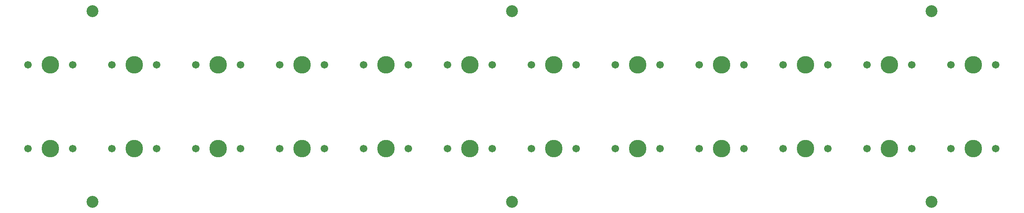
<source format=gbr>
%TF.GenerationSoftware,KiCad,Pcbnew,8.0.2*%
%TF.CreationDate,2025-12-13T11:39:42-08:00*%
%TF.ProjectId,mx-unsaver-frow,6d782d75-6e73-4617-9665-722d66726f77,rev?*%
%TF.SameCoordinates,Original*%
%TF.FileFunction,Soldermask,Top*%
%TF.FilePolarity,Negative*%
%FSLAX46Y46*%
G04 Gerber Fmt 4.6, Leading zero omitted, Abs format (unit mm)*
G04 Created by KiCad (PCBNEW 8.0.2) date 2025-12-13 11:39:42*
%MOMM*%
%LPD*%
G01*
G04 APERTURE LIST*
%ADD10C,1.701800*%
%ADD11C,3.987800*%
%ADD12C,2.700000*%
G04 APERTURE END LIST*
D10*
%TO.C,MX84*%
X166370000Y0D03*
D11*
X171450000Y0D03*
D10*
X176530000Y0D03*
%TD*%
%TO.C,MX24*%
X13970000Y0D03*
D11*
X19050000Y0D03*
D10*
X24130000Y0D03*
%TD*%
%TO.C,MX85*%
X166370000Y-19050000D03*
D11*
X171450000Y-19050000D03*
D10*
X176530000Y-19050000D03*
%TD*%
%TO.C,MX92*%
X128270000Y-19050000D03*
D11*
X133350000Y-19050000D03*
D10*
X138430000Y-19050000D03*
%TD*%
%TO.C,MX46*%
X52070000Y-19050000D03*
D11*
X57150000Y-19050000D03*
D10*
X62230000Y-19050000D03*
%TD*%
%TO.C,MX86*%
X147320000Y-19050000D03*
D11*
X152400000Y-19050000D03*
D10*
X157480000Y-19050000D03*
%TD*%
%TO.C,MX107*%
X185420000Y0D03*
D11*
X190500000Y0D03*
D10*
X195580000Y0D03*
%TD*%
%TO.C,MX63*%
X90170000Y0D03*
D11*
X95250000Y0D03*
D10*
X100330000Y0D03*
%TD*%
%TO.C,MX26*%
X-5080000Y-19050000D03*
D11*
X0Y-19050000D03*
D10*
X5080000Y-19050000D03*
%TD*%
%TO.C,MX66*%
X90170000Y-19050000D03*
D11*
X95250000Y-19050000D03*
D10*
X100330000Y-19050000D03*
%TD*%
%TO.C,MX44*%
X71120000Y0D03*
D11*
X76200000Y0D03*
D10*
X81280000Y0D03*
%TD*%
%TO.C,MX109*%
X204470000Y-19050000D03*
D11*
X209550000Y-19050000D03*
D10*
X214630000Y-19050000D03*
%TD*%
%TO.C,MX64*%
X109220000Y0D03*
D11*
X114300000Y0D03*
D10*
X119380000Y0D03*
%TD*%
%TO.C,MX25*%
X33020000Y0D03*
D11*
X38100000Y0D03*
D10*
X43180000Y0D03*
%TD*%
%TO.C,MX23*%
X-5080000Y0D03*
D11*
X0Y0D03*
D10*
X5080000Y0D03*
%TD*%
%TO.C,MX47*%
X33020000Y-19050000D03*
D11*
X38100000Y-19050000D03*
D10*
X43180000Y-19050000D03*
%TD*%
%TO.C,MX67*%
X109220000Y-19050000D03*
D11*
X114300000Y-19050000D03*
D10*
X119380000Y-19050000D03*
%TD*%
%TO.C,MX83*%
X147320000Y0D03*
D11*
X152400000Y0D03*
D10*
X157480000Y0D03*
%TD*%
%TO.C,MX43*%
X52070000Y0D03*
D11*
X57150000Y0D03*
D10*
X62230000Y0D03*
%TD*%
%TO.C,MX108*%
X204470000Y0D03*
D11*
X209550000Y0D03*
D10*
X214630000Y0D03*
%TD*%
%TO.C,MX110*%
X185420000Y-19050000D03*
D11*
X190500000Y-19050000D03*
D10*
X195580000Y-19050000D03*
%TD*%
%TO.C,MX65*%
X128270000Y0D03*
D11*
X133350000Y0D03*
D10*
X138430000Y0D03*
%TD*%
%TO.C,MX27*%
X13970000Y-19050000D03*
D11*
X19050000Y-19050000D03*
D10*
X24130000Y-19050000D03*
%TD*%
%TO.C,MX45*%
X71120000Y-19050000D03*
D11*
X76200000Y-19050000D03*
D10*
X81280000Y-19050000D03*
%TD*%
D12*
%TO.C,H2*%
X104774966Y12175040D03*
%TD*%
%TO.C,H3*%
X9525000Y-31225000D03*
%TD*%
%TO.C,H6*%
X200025000Y-31225000D03*
%TD*%
%TO.C,H1*%
X9525000Y12175000D03*
%TD*%
%TO.C,H4*%
X200025000Y12175000D03*
%TD*%
%TO.C,H5*%
X104775000Y-31225000D03*
%TD*%
M02*

</source>
